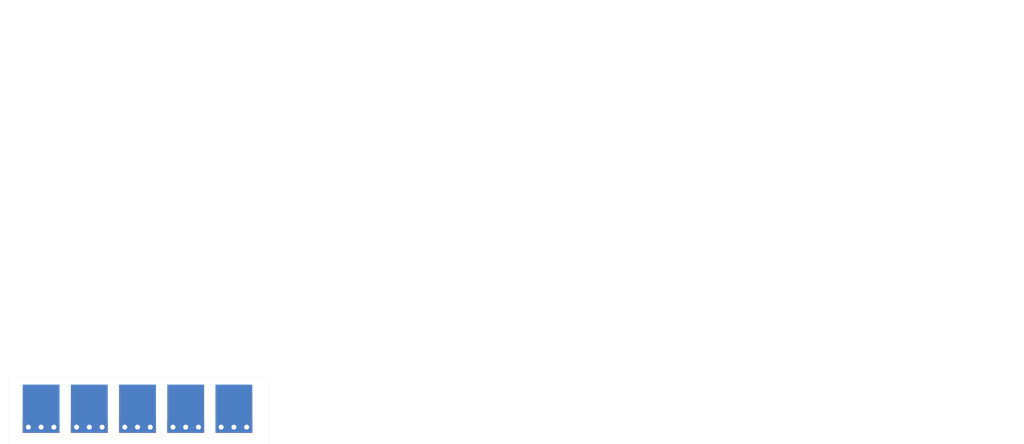
<source format=kicad_pcb>
(kicad_pcb (version 20171130) (host pcbnew 5.1.2-f72e74a~84~ubuntu18.04.1)

  (general
    (thickness 1.6)
    (drawings 5)
    (tracks 78)
    (zones 0)
    (modules 10)
    (nets 6)
  )

  (page A4)
  (title_block
    (title "UHK Key Cluster - Connector Board")
    (rev 1.0.0)
    (company "Ultimate Gadget Laboratories Kft.")
  )

  (layers
    (0 F.Cu signal)
    (31 B.Cu signal)
    (36 B.SilkS user)
    (37 F.SilkS user)
    (38 B.Mask user)
    (39 F.Mask user)
    (40 Dwgs.User user)
    (41 Cmts.User user)
    (44 Edge.Cuts user)
  )

  (setup
    (last_trace_width 0.762)
    (user_trace_width 0.762)
    (trace_clearance 0.254)
    (zone_clearance 0)
    (zone_45_only no)
    (trace_min 0.762)
    (via_size 0.7)
    (via_drill 0.35)
    (via_min_size 0.7)
    (via_min_drill 0.35)
    (user_via 0.7 0.35)
    (uvia_size 0.508)
    (uvia_drill 0.127)
    (uvias_allowed no)
    (uvia_min_size 0.508)
    (uvia_min_drill 0.127)
    (edge_width 0.01016)
    (segment_width 0.381)
    (pcb_text_width 0.3048)
    (pcb_text_size 1.524 2.032)
    (mod_edge_width 0.381)
    (mod_text_size 1.524 1.524)
    (mod_text_width 0.3048)
    (pad_size 2.6 2.6)
    (pad_drill 0)
    (pad_to_mask_clearance 0)
    (aux_axis_origin 0 0)
    (grid_origin 141.8 109.5)
    (visible_elements FFFFEF7F)
    (pcbplotparams
      (layerselection 0x012c0_ffffffff)
      (usegerberextensions true)
      (usegerberattributes true)
      (usegerberadvancedattributes true)
      (creategerberjobfile false)
      (excludeedgelayer true)
      (linewidth 0.150000)
      (plotframeref false)
      (viasonmask false)
      (mode 1)
      (useauxorigin false)
      (hpglpennumber 1)
      (hpglpenspeed 20)
      (hpglpendiameter 15.000000)
      (psnegative false)
      (psa4output false)
      (plotreference true)
      (plotvalue true)
      (plotinvisibletext false)
      (padsonsilk false)
      (subtractmaskfromsilk false)
      (outputformat 1)
      (mirror false)
      (drillshape 0)
      (scaleselection 1)
      (outputdirectory "../gerbers/connector"))
  )

  (net 0 "")
  (net 1 N-000001)
  (net 2 N-000002)
  (net 3 N-000003)
  (net 4 N-000004)
  (net 5 N-000005)

  (net_class Default "This is the default net class."
    (clearance 0.254)
    (trace_width 0.762)
    (via_dia 0.7)
    (via_drill 0.35)
    (uvia_dia 0.508)
    (uvia_drill 0.127)
    (diff_pair_width 0.762)
    (diff_pair_gap 0.25)
    (add_net N-000001)
    (add_net N-000002)
    (add_net N-000003)
    (add_net N-000004)
    (add_net N-000005)
  )

  (module UGL:UHK_Connector_Right_Inner_Pad locked (layer B.Cu) (tedit 58BF4F9D) (tstamp 57264E54)
    (at 146.31 108.9)
    (path /529BB9BF)
    (fp_text reference P21 (at 0 2.2) (layer B.SilkS) hide
      (effects (font (size 0.75 0.75) (thickness 0.15)) (justify mirror))
    )
    (fp_text value CONN_1 (at 0 -2.2) (layer B.SilkS) hide
      (effects (font (size 0.75 0.75) (thickness 0.15)) (justify mirror))
    )
    (pad 1 smd rect (at -4.41 0) (size 2.6 2.6) (layers B.Cu B.Mask)
      (net 1 N-000001))
  )

  (module UGL:UHK_Connector_Right_Inner_Pad locked (layer B.Cu) (tedit 58BF4FC1) (tstamp 57264E4B)
    (at 151.15 108.9)
    (path /529BB9D4)
    (fp_text reference P23 (at 0 2.2) (layer B.SilkS) hide
      (effects (font (size 0.75 0.75) (thickness 0.15)) (justify mirror))
    )
    (fp_text value CONN_1 (at 0 -2.2) (layer B.SilkS) hide
      (effects (font (size 0.75 0.75) (thickness 0.15)) (justify mirror))
    )
    (pad 1 smd rect (at -2.45 0) (size 2.6 2.6) (layers B.Cu B.Mask)
      (net 3 N-000003))
  )

  (module UGL:UHK_Connector_Right_Inner_Pad locked (layer B.Cu) (tedit 58BF4FCD) (tstamp 57264E42)
    (at 153.57 108.9)
    (path /529BB9DA)
    (fp_text reference P24 (at 0 2.2) (layer B.SilkS) hide
      (effects (font (size 0.75 0.75) (thickness 0.15)) (justify mirror))
    )
    (fp_text value CONN_1 (at 0 -2.2) (layer B.SilkS) hide
      (effects (font (size 0.75 0.75) (thickness 0.15)) (justify mirror))
    )
    (pad 1 smd rect (at -1.47 0) (size 2.6 2.6) (layers B.Cu B.Mask)
      (net 4 N-000004))
  )

  (module UGL:UHK_Connector_Right_Inner_Pad locked (layer B.Cu) (tedit 58BF4FAB) (tstamp 572648BF)
    (at 148.73 108.9)
    (path /529BB9CE)
    (fp_text reference P22 (at 0 2.2) (layer B.SilkS) hide
      (effects (font (size 0.75 0.75) (thickness 0.15)) (justify mirror))
    )
    (fp_text value CONN_1 (at 0 -2.2) (layer B.SilkS) hide
      (effects (font (size 0.75 0.75) (thickness 0.15)) (justify mirror))
    )
    (pad 1 smd rect (at -3.43 0) (size 2.6 2.6) (layers B.Cu B.Mask)
      (net 2 N-000002))
  )

  (module UGL:UHK_Connector_Right_Inner_Pad locked (layer B.Cu) (tedit 58BF4F66) (tstamp 572649CF)
    (at 155.99 108.9)
    (path /529BBCD8)
    (fp_text reference P25 (at 0 2.2) (layer B.SilkS) hide
      (effects (font (size 0.75 0.75) (thickness 0.15)) (justify mirror))
    )
    (fp_text value CONN_1 (at 0 -2.2) (layer B.SilkS) hide
      (effects (font (size 0.75 0.75) (thickness 0.15)) (justify mirror))
    )
    (pad 1 smd rect (at -0.49 0) (size 2.6 2.6) (layers B.Cu B.Mask)
      (net 5 N-000005))
  )

  (module UGL:UHK_Connector_Right_Outer_Pad locked (layer F.Cu) (tedit 572668F8) (tstamp 57264500)
    (at 141.9 109.2)
    (path /529BB9E0)
    (fp_text reference P11 (at 0 -2.2) (layer F.SilkS) hide
      (effects (font (size 0.75 0.75) (thickness 0.15)))
    )
    (fp_text value CONN_1 (at 0 2.2) (layer F.SilkS) hide
      (effects (font (size 0.75 0.75) (thickness 0.15)))
    )
    (pad 1 smd circle (at 0 0) (size 2 2) (layers F.Cu F.Mask)
      (net 1 N-000001))
  )

  (module UGL:UHK_Connector_Right_Outer_Pad locked (layer F.Cu) (tedit 572668F8) (tstamp 57264511)
    (at 145.3 109.2)
    (path /529BB9E6)
    (fp_text reference P12 (at 0 -2.2) (layer F.SilkS) hide
      (effects (font (size 0.75 0.75) (thickness 0.15)))
    )
    (fp_text value CONN_1 (at 0 2.2) (layer F.SilkS) hide
      (effects (font (size 0.75 0.75) (thickness 0.15)))
    )
    (pad 1 smd circle (at 0 0) (size 2 2) (layers F.Cu F.Mask)
      (net 2 N-000002))
  )

  (module UGL:UHK_Connector_Right_Outer_Pad locked (layer F.Cu) (tedit 572668F8) (tstamp 5726451A)
    (at 148.7 109.2)
    (path /529BB9EC)
    (fp_text reference P13 (at 0 -2.2) (layer F.SilkS) hide
      (effects (font (size 0.75 0.75) (thickness 0.15)))
    )
    (fp_text value CONN_1 (at 0 2.2) (layer F.SilkS) hide
      (effects (font (size 0.75 0.75) (thickness 0.15)))
    )
    (pad 1 smd circle (at 0 0) (size 2 2) (layers F.Cu F.Mask)
      (net 3 N-000003))
  )

  (module UGL:UHK_Connector_Right_Outer_Pad locked (layer F.Cu) (tedit 572668F8) (tstamp 57264523)
    (at 152.1 109.2)
    (path /529BB9F2)
    (fp_text reference P14 (at 0 -2.2) (layer F.SilkS) hide
      (effects (font (size 0.75 0.75) (thickness 0.15)))
    )
    (fp_text value CONN_1 (at 0 2.2) (layer F.SilkS) hide
      (effects (font (size 0.75 0.75) (thickness 0.15)))
    )
    (pad 1 smd circle (at 0 0) (size 2 2) (layers F.Cu F.Mask)
      (net 4 N-000004))
  )

  (module UGL:UHK_Connector_Right_Outer_Pad locked (layer F.Cu) (tedit 572668F8) (tstamp 5726452C)
    (at 155.5 109.2)
    (path /529BBCD2)
    (fp_text reference P15 (at 0 -2.2) (layer F.SilkS) hide
      (effects (font (size 0.75 0.75) (thickness 0.15)))
    )
    (fp_text value CONN_1 (at 0 2.2) (layer F.SilkS) hide
      (effects (font (size 0.75 0.75) (thickness 0.15)))
    )
    (pad 1 smd circle (at 0 0) (size 2 2) (layers F.Cu F.Mask)
      (net 5 N-000005))
  )

  (gr_line (start 158 111.8) (end 158 107) (layer Edge.Cuts) (width 0.01016))
  (gr_line (start 158 107) (end 139.6 107) (layer Edge.Cuts) (width 0.01016) (tstamp 5D1BE699))
  (gr_text "design is 30mil-10mil-14mil trace-clearance-minimum_drill\n1mm board thickness\nblack solder mask\nhard gold finish\nno silk screen" (at 139 86.7) (layer Cmts.User) (tstamp 53DA31C9)
    (effects (font (size 1.5 1.5) (thickness 0.3)) (justify left))
  )
  (gr_line (start 158 111.8) (end 139.6 111.8) (angle 90) (layer Edge.Cuts) (width 0.01) (tstamp 5D1BE512))
  (gr_line (start 139.6 111.8) (end 139.6 107) (angle 90) (layer Edge.Cuts) (width 0.01) (tstamp 5D1BE50F))

  (segment (start 141.9 108.9) (end 141 109.8) (width 0.762) (layer B.Cu) (net 1))
  (segment (start 141 109.8) (end 141 110.6) (width 0.762) (layer B.Cu) (net 1) (tstamp 58E18556))
  (segment (start 141 110.1) (end 141.9 109.2) (width 0.762) (layer F.Cu) (net 1) (tstamp 58E18559))
  (segment (start 141 110.6) (end 141 110.1) (width 0.762) (layer F.Cu) (net 1) (tstamp 58E18558))
  (via (at 141 110.6) (size 0.7) (drill 0.35) (layers F.Cu B.Cu) (net 1))
  (segment (start 141.9 108.9) (end 142.8 109.8) (width 0.762) (layer B.Cu) (net 1))
  (segment (start 142.8 109.8) (end 142.8 110.6) (width 0.762) (layer B.Cu) (net 1) (tstamp 58E1853E))
  (segment (start 142.8 110.1) (end 141.9 109.2) (width 0.762) (layer F.Cu) (net 1) (tstamp 58E18541))
  (segment (start 142.8 110.6) (end 142.8 110.1) (width 0.762) (layer F.Cu) (net 1) (tstamp 58E18540))
  (via (at 142.8 110.6) (size 0.7) (drill 0.35) (layers F.Cu B.Cu) (net 1))
  (segment (start 141.9 108.9) (end 141.9 110.6) (width 0.762) (layer B.Cu) (net 1))
  (segment (start 141.9 110.6) (end 141.9 109.2) (width 0.762) (layer F.Cu) (net 1) (tstamp 58E180D2))
  (via (at 141.9 110.6) (size 0.7) (drill 0.35) (layers F.Cu B.Cu) (net 1))
  (segment (start 141.9 108.9) (end 141.3 109.5) (width 0.762) (layer B.Cu) (net 1))
  (segment (start 141.9 109.2) (end 141.847 109.253) (width 0.762) (layer F.Cu) (net 1))
  (segment (start 141.747 109.053) (end 141.9 108.9) (width 0.762) (layer B.Cu) (net 1) (tstamp 58BF59C1))
  (segment (start 145.3 108.9) (end 144.4 109.8) (width 0.762) (layer B.Cu) (net 2))
  (segment (start 144.4 109.8) (end 144.4 110.6) (width 0.762) (layer B.Cu) (net 2) (tstamp 58E184EC))
  (segment (start 144.4 110.1) (end 145.3 109.2) (width 0.762) (layer F.Cu) (net 2) (tstamp 58E184EF))
  (segment (start 144.4 110.6) (end 144.4 110.1) (width 0.762) (layer F.Cu) (net 2) (tstamp 58E184EE))
  (via (at 144.4 110.6) (size 0.7) (drill 0.35) (layers F.Cu B.Cu) (net 2))
  (segment (start 145.3 108.9) (end 146.2 109.8) (width 0.762) (layer B.Cu) (net 2))
  (segment (start 146.2 109.8) (end 146.2 110.6) (width 0.762) (layer B.Cu) (net 2) (tstamp 58E184D1))
  (segment (start 146.2 110.1) (end 145.3 109.2) (width 0.762) (layer F.Cu) (net 2) (tstamp 58E184D5))
  (segment (start 146.2 110.6) (end 146.2 110.1) (width 0.762) (layer F.Cu) (net 2) (tstamp 58E184D4))
  (via (at 146.2 110.6) (size 0.7) (drill 0.35) (layers F.Cu B.Cu) (net 2))
  (segment (start 145.3 108.9) (end 145.3 110.6) (width 0.762) (layer B.Cu) (net 2))
  (segment (start 145.3 110.6) (end 145.3 109.2) (width 0.762) (layer F.Cu) (net 2) (tstamp 58E184CE))
  (via (at 145.3 110.6) (size 0.7) (drill 0.35) (layers F.Cu B.Cu) (net 2))
  (segment (start 145.3 108.9) (end 146.147 109.747) (width 0.762) (layer B.Cu) (net 2))
  (segment (start 145.3 109.2) (end 145.347 109.247) (width 0.762) (layer F.Cu) (net 2))
  (segment (start 145.247 108.953) (end 145.3 108.9) (width 0.762) (layer B.Cu) (net 2) (tstamp 58BF5780))
  (segment (start 145.3 109.2) (end 145.3112 109.2112) (width 0.762) (layer F.Cu) (net 2))
  (segment (start 148.7 108.9) (end 149.6 109.8) (width 0.762) (layer B.Cu) (net 3))
  (segment (start 149.6 109.8) (end 149.6 110.6) (width 0.762) (layer B.Cu) (net 3) (tstamp 58E185A8))
  (segment (start 149.6 110.1) (end 148.7 109.2) (width 0.762) (layer F.Cu) (net 3) (tstamp 58E185AB))
  (segment (start 149.6 110.6) (end 149.6 110.1) (width 0.762) (layer F.Cu) (net 3) (tstamp 58E185AA))
  (via (at 149.6 110.6) (size 0.7) (drill 0.35) (layers F.Cu B.Cu) (net 3))
  (segment (start 148.7 109.2) (end 148.7 110.6) (width 0.762) (layer F.Cu) (net 3))
  (segment (start 148.7 110.6) (end 148.7 108.9) (width 0.762) (layer B.Cu) (net 3) (tstamp 58E185A5))
  (via (at 148.7 110.6) (size 0.7) (drill 0.35) (layers F.Cu B.Cu) (net 3))
  (segment (start 148.7 108.9) (end 147.8 109.8) (width 0.762) (layer B.Cu) (net 3))
  (segment (start 147.8 109.8) (end 147.8 110.6) (width 0.762) (layer B.Cu) (net 3) (tstamp 58E1859B))
  (segment (start 147.8 110.1) (end 148.7 109.2) (width 0.762) (layer F.Cu) (net 3) (tstamp 58E185A0))
  (segment (start 147.8 110.6) (end 147.8 110.1) (width 0.762) (layer F.Cu) (net 3) (tstamp 58E1859F))
  (via (at 147.8 110.6) (size 0.7) (drill 0.35) (layers F.Cu B.Cu) (net 3))
  (segment (start 148.7 109.2) (end 148.647 109.253) (width 0.762) (layer F.Cu) (net 3))
  (segment (start 148.547 109.053) (end 148.7 108.9) (width 0.762) (layer B.Cu) (net 3) (tstamp 58BF5831))
  (segment (start 152.1 108.9) (end 153 109.8) (width 0.762) (layer B.Cu) (net 4))
  (segment (start 153 109.8) (end 153 110.6) (width 0.762) (layer B.Cu) (net 4) (tstamp 58E185DD))
  (segment (start 153 110.1) (end 152.1 109.2) (width 0.762) (layer F.Cu) (net 4) (tstamp 58E185E0))
  (segment (start 153 110.6) (end 153 110.1) (width 0.762) (layer F.Cu) (net 4) (tstamp 58E185DF))
  (via (at 153 110.6) (size 0.7) (drill 0.35) (layers F.Cu B.Cu) (net 4))
  (segment (start 152.1 109.2) (end 152.1 110.6) (width 0.762) (layer F.Cu) (net 4))
  (segment (start 152.1 110.6) (end 152.1 108.9) (width 0.762) (layer B.Cu) (net 4) (tstamp 58E185DA))
  (via (at 152.1 110.6) (size 0.7) (drill 0.35) (layers F.Cu B.Cu) (net 4))
  (segment (start 152.1 108.9) (end 151.2 109.8) (width 0.762) (layer B.Cu) (net 4))
  (segment (start 151.2 109.8) (end 151.2 110.6) (width 0.762) (layer B.Cu) (net 4) (tstamp 58E185D1))
  (segment (start 151.2 110.1) (end 152.1 109.2) (width 0.762) (layer F.Cu) (net 4) (tstamp 58E185D5))
  (segment (start 151.2 110.6) (end 151.2 110.1) (width 0.762) (layer F.Cu) (net 4) (tstamp 58E185D4))
  (via (at 151.2 110.6) (size 0.7) (drill 0.35) (layers F.Cu B.Cu) (net 4))
  (segment (start 152.1 109.2) (end 152.047 109.253) (width 0.762) (layer F.Cu) (net 4))
  (segment (start 151.947 109.053) (end 152.1 108.9) (width 0.762) (layer B.Cu) (net 4) (tstamp 58BF589D))
  (segment (start 155.5 108.9) (end 156.4 109.8) (width 0.762) (layer B.Cu) (net 5))
  (segment (start 156.4 109.8) (end 156.4 110.6) (width 0.762) (layer B.Cu) (net 5) (tstamp 58E18634))
  (segment (start 156.4 110.1) (end 155.5 109.2) (width 0.762) (layer F.Cu) (net 5) (tstamp 58E18637))
  (segment (start 156.4 110.6) (end 156.4 110.1) (width 0.762) (layer F.Cu) (net 5) (tstamp 58E18636))
  (via (at 156.4 110.6) (size 0.7) (drill 0.35) (layers F.Cu B.Cu) (net 5))
  (segment (start 155.5 109.2) (end 155.5 110.6) (width 0.762) (layer F.Cu) (net 5))
  (segment (start 155.5 110.6) (end 155.5 108.9) (width 0.762) (layer B.Cu) (net 5) (tstamp 58E18631))
  (via (at 155.5 110.6) (size 0.7) (drill 0.35) (layers F.Cu B.Cu) (net 5))
  (segment (start 155.5 108.9) (end 154.6 109.8) (width 0.762) (layer B.Cu) (net 5))
  (segment (start 154.6 109.8) (end 154.6 110.6) (width 0.762) (layer B.Cu) (net 5) (tstamp 58E18629))
  (segment (start 154.6 110.1) (end 155.5 109.2) (width 0.762) (layer F.Cu) (net 5) (tstamp 58E1862C))
  (segment (start 154.6 110.6) (end 154.6 110.1) (width 0.762) (layer F.Cu) (net 5) (tstamp 58E1862B))
  (via (at 154.6 110.6) (size 0.7) (drill 0.35) (layers F.Cu B.Cu) (net 5))
  (segment (start 155.5 109.2) (end 155.547 109.247) (width 0.762) (layer F.Cu) (net 5))
  (segment (start 155.447 108.953) (end 155.5 108.9) (width 0.762) (layer B.Cu) (net 5) (tstamp 58BF5939))

  (zone (net 1) (net_name N-000001) (layer F.Cu) (tstamp 58E1816B) (hatch edge 0.508)
    (connect_pads (clearance 0))
    (min_thickness 0.0254)
    (fill yes (arc_segments 16) (thermal_gap 0) (thermal_bridge_width 0.0255))
    (polygon
      (pts
        (xy 140.6 110.1) (xy 140.6 111) (xy 143.2 111) (xy 143.2 110.1)
      )
    )
    (filled_polygon
      (pts
        (xy 141.659007 110.204022) (xy 142.061575 110.21982) (xy 142.351893 110.1127) (xy 143.1873 110.1127) (xy 143.1873 110.9873)
        (xy 140.6127 110.9873) (xy 140.6127 110.1127) (xy 141.460888 110.1127)
      )
    )
  )
  (zone (net 1) (net_name N-000001) (layer B.Cu) (tstamp 58E181C1) (hatch edge 0.508)
    (connect_pads (clearance 0))
    (min_thickness 0.0254)
    (fill yes (arc_segments 16) (thermal_gap 0) (thermal_bridge_width 0.0255))
    (polygon
      (pts
        (xy 140.6 110.1) (xy 140.6 111) (xy 143.2 111) (xy 143.2 110.1)
      )
    )
    (filled_polygon
      (pts
        (xy 141.90005 110.209525) (xy 141.903225 110.2127) (xy 143.1873 110.2127) (xy 143.1873 110.9873) (xy 140.6127 110.9873)
        (xy 140.6127 110.2127) (xy 141.896775 110.2127) (xy 141.89995 110.209525) (xy 141.89995 110.1127) (xy 141.90005 110.1127)
      )
    )
  )
  (zone (net 2) (net_name N-000002) (layer F.Cu) (tstamp 58E18497) (hatch edge 0.508)
    (connect_pads (clearance 0))
    (min_thickness 0.0254)
    (fill yes (arc_segments 16) (thermal_gap 0) (thermal_bridge_width 0.0255))
    (polygon
      (pts
        (xy 144 110.1) (xy 144 111) (xy 146.6 111) (xy 146.6 110.1)
      )
    )
    (filled_polygon
      (pts
        (xy 145.059007 110.204022) (xy 145.461575 110.21982) (xy 145.751893 110.1127) (xy 146.5873 110.1127) (xy 146.5873 110.9873)
        (xy 144.0127 110.9873) (xy 144.0127 110.1127) (xy 144.860888 110.1127)
      )
    )
  )
  (zone (net 2) (net_name N-000002) (layer B.Cu) (tstamp 58E184A3) (hatch edge 0.508)
    (connect_pads (clearance 0))
    (min_thickness 0.0254)
    (fill yes (arc_segments 16) (thermal_gap 0) (thermal_bridge_width 0.0255))
    (polygon
      (pts
        (xy 144 110.1) (xy 144 111) (xy 146.6 111) (xy 146.6 110.1)
      )
    )
    (filled_polygon
      (pts
        (xy 145.30005 110.209525) (xy 145.303225 110.2127) (xy 146.5873 110.2127) (xy 146.5873 110.9873) (xy 144.0127 110.9873)
        (xy 144.0127 110.2127) (xy 145.296775 110.2127) (xy 145.29995 110.209525) (xy 145.29995 110.1127) (xy 145.30005 110.1127)
      )
    )
  )
  (zone (net 3) (net_name N-000003) (layer F.Cu) (tstamp 58E18582) (hatch edge 0.508)
    (connect_pads (clearance 0))
    (min_thickness 0.0254)
    (fill yes (arc_segments 16) (thermal_gap 0) (thermal_bridge_width 0.0255))
    (polygon
      (pts
        (xy 147.4 110.1) (xy 147.4 111) (xy 150 111) (xy 150 110.1)
      )
    )
    (filled_polygon
      (pts
        (xy 148.459007 110.204022) (xy 148.861575 110.21982) (xy 149.151893 110.1127) (xy 149.9873 110.1127) (xy 149.9873 110.9873)
        (xy 147.4127 110.9873) (xy 147.4127 110.1127) (xy 148.260888 110.1127)
      )
    )
  )
  (zone (net 3) (net_name N-000003) (layer B.Cu) (tstamp 58E1858C) (hatch edge 0.508)
    (connect_pads (clearance 0))
    (min_thickness 0.0254)
    (fill yes (arc_segments 16) (thermal_gap 0) (thermal_bridge_width 0.0255))
    (polygon
      (pts
        (xy 147.4 110.1) (xy 147.4 111) (xy 150 111) (xy 150 110.1)
      )
    )
    (filled_polygon
      (pts
        (xy 148.70005 110.209525) (xy 148.703225 110.2127) (xy 149.9873 110.2127) (xy 149.9873 110.9873) (xy 147.4127 110.9873)
        (xy 147.4127 110.2127) (xy 148.696775 110.2127) (xy 148.69995 110.209525) (xy 148.69995 110.1127) (xy 148.70005 110.1127)
      )
    )
  )
  (zone (net 4) (net_name N-000004) (layer F.Cu) (tstamp 58E185B9) (hatch edge 0.508)
    (connect_pads (clearance 0))
    (min_thickness 0.0254)
    (fill yes (arc_segments 16) (thermal_gap 0) (thermal_bridge_width 0.0255))
    (polygon
      (pts
        (xy 150.8 110.1) (xy 150.8 111) (xy 153.4 111) (xy 153.4 110.1)
      )
    )
    (filled_polygon
      (pts
        (xy 151.859007 110.204022) (xy 152.261575 110.21982) (xy 152.551893 110.1127) (xy 153.3873 110.1127) (xy 153.3873 110.9873)
        (xy 150.8127 110.9873) (xy 150.8127 110.1127) (xy 151.660888 110.1127)
      )
    )
  )
  (zone (net 4) (net_name N-000004) (layer B.Cu) (tstamp 58E185C4) (hatch edge 0.508)
    (connect_pads (clearance 0))
    (min_thickness 0.0254)
    (fill yes (arc_segments 16) (thermal_gap 0) (thermal_bridge_width 0.0255))
    (polygon
      (pts
        (xy 150.8 110.1) (xy 150.8 111) (xy 153.4 111) (xy 153.4 110.1)
      )
    )
    (filled_polygon
      (pts
        (xy 152.10005 110.209525) (xy 152.103225 110.2127) (xy 153.3873 110.2127) (xy 153.3873 110.9873) (xy 150.8127 110.9873)
        (xy 150.8127 110.2127) (xy 152.096775 110.2127) (xy 152.09995 110.209525) (xy 152.09995 110.1127) (xy 152.10005 110.1127)
      )
    )
  )
  (zone (net 5) (net_name N-000005) (layer F.Cu) (tstamp 58E18625) (hatch edge 0.508)
    (connect_pads (clearance 0))
    (min_thickness 0.0254)
    (fill yes (arc_segments 16) (thermal_gap 0) (thermal_bridge_width 0.0255))
    (polygon
      (pts
        (xy 154.2 110.1) (xy 154.2 111) (xy 156.8 111) (xy 156.8 110.1)
      )
    )
    (filled_polygon
      (pts
        (xy 155.259007 110.204022) (xy 155.661575 110.21982) (xy 155.951893 110.1127) (xy 156.7873 110.1127) (xy 156.7873 110.9873)
        (xy 154.2127 110.9873) (xy 154.2127 110.1127) (xy 155.060888 110.1127)
      )
    )
  )
  (zone (net 5) (net_name N-000005) (layer B.Cu) (tstamp 58E18627) (hatch edge 0.508)
    (connect_pads (clearance 0))
    (min_thickness 0.0254)
    (fill yes (arc_segments 16) (thermal_gap 0) (thermal_bridge_width 0.0255))
    (polygon
      (pts
        (xy 154.2 110.1) (xy 154.2 111) (xy 156.8 111) (xy 156.8 110.1)
      )
    )
    (filled_polygon
      (pts
        (xy 155.50005 110.209525) (xy 155.503225 110.2127) (xy 156.7873 110.2127) (xy 156.7873 110.9873) (xy 154.2127 110.9873)
        (xy 154.2127 110.2127) (xy 155.496775 110.2127) (xy 155.49995 110.209525) (xy 155.49995 110.1127) (xy 155.50005 110.1127)
      )
    )
  )
)

</source>
